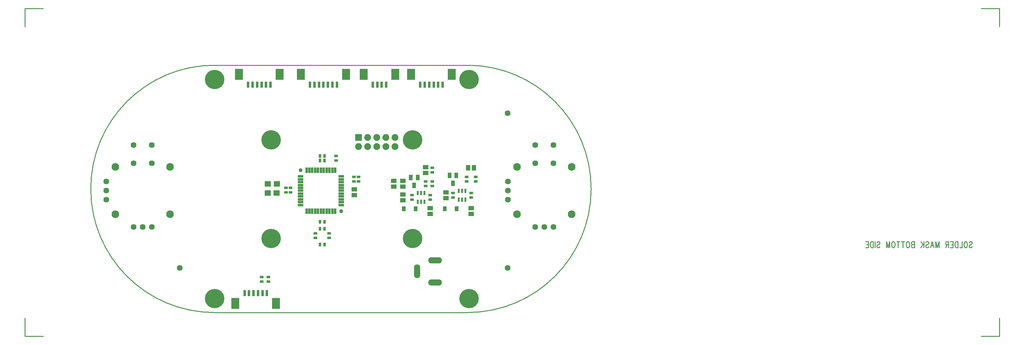
<source format=gbr>
*
*
G04 PADS 9.4.1 Build Number: 494907 generated Gerber (RS-274-X) file*
G04 PC Version=2.1*
*
%IN "JOG.pcb"*%
*
%MOIN*%
*
%FSLAX35Y35*%
*
*
*
*
G04 PC Standard Apertures*
*
*
G04 Thermal Relief Aperture macro.*
%AMTER*
1,1,$1,0,0*
1,0,$1-$2,0,0*
21,0,$3,$4,0,0,45*
21,0,$3,$4,0,0,135*
%
*
*
G04 Annular Aperture macro.*
%AMANN*
1,1,$1,0,0*
1,0,$2,0,0*
%
*
*
G04 Odd Aperture macro.*
%AMODD*
1,1,$1,0,0*
1,0,$1-0.005,0,0*
%
*
*
G04 PC Custom Aperture Macros*
*
*
*
*
*
*
G04 PC Aperture Table*
*
%ADD010C,0.001*%
%ADD012C,0.01*%
%ADD065R,0.03894X0.02794*%
%ADD066R,0.02794X0.03894*%
%ADD068R,0.04724X0.06102*%
%ADD069R,0.04331X0.05906*%
%ADD073C,0.06394*%
%ADD074C,0.08394*%
%ADD075R,0.0315X0.06693*%
%ADD076R,0.08661X0.12205*%
%ADD078O,0.15354X0.06693*%
%ADD079O,0.06693X0.15354*%
%ADD083R,0.0748X0.0748*%
%ADD084C,0.0748*%
%ADD085C,0.2126*%
%ADD091R,0.06102X0.04724*%
%ADD092R,0.03976X0.05197*%
%ADD093R,0.02481X0.04528*%
%ADD094R,0.06693X0.06299*%
%ADD095R,0.06299X0.02559*%
%ADD096R,0.02559X0.06299*%
%ADD097C,0.04331*%
*
*
*
*
G04 PC Circuitry*
G04 Layer Name JOG.pcb - circuitry*
%LPD*%
*
*
G04 PC Custom Flashes*
G04 Layer Name JOG.pcb - flashes*
%LPD*%
*
*
G04 PC Circuitry*
G04 Layer Name JOG.pcb - circuitry*
%LPD*%
*
G54D10*
G54D12*
G01X2501818Y1523125D02*
X2502273Y1523750D01*
X2502955Y1524063*
X2502955D02*
X2503864D01*
X2503864D02*
X2504545Y1523750D01*
X2505000Y1523125*
Y1522500*
X2504773Y1521875*
X2504545Y1521563*
X2504545D02*
X2504091Y1521250D01*
X2502727Y1520625*
X2502273Y1520313*
X2502273D02*
X2502045Y1520000D01*
X2501818Y1519375*
Y1518438*
X2501818D02*
X2502273Y1517813D01*
X2502273D02*
X2502955Y1517500D01*
X2503864*
X2504545Y1517813*
X2504545D02*
X2505000Y1518438D01*
X2498409Y1524063D02*
X2498864Y1523750D01*
X2499318Y1523125*
X2499545Y1522500*
X2499773Y1521563*
X2499773D02*
Y1520000D01*
X2499545Y1519063*
X2499545D02*
X2499318Y1518438D01*
X2499318D02*
X2498864Y1517813D01*
X2498864D02*
X2498409Y1517500D01*
X2497500*
X2497045Y1517813*
X2497045D02*
X2496591Y1518438D01*
X2496591D02*
X2496364Y1519063D01*
X2496364D02*
X2496136Y1520000D01*
Y1521563*
X2496136D02*
X2496364Y1522500D01*
X2496591Y1523125*
X2497045Y1523750*
X2497500Y1524063*
X2497500D02*
X2498409D01*
X2494091D02*
Y1517500D01*
X2491364*
X2489318Y1524063D02*
Y1517500D01*
Y1524063D02*
X2487727D01*
X2487727D02*
X2487045Y1523750D01*
X2486591Y1523125*
X2486364Y1522500*
X2486136Y1521563*
X2486136D02*
Y1520000D01*
X2486364Y1519063*
X2486364D02*
X2486591Y1518438D01*
X2486591D02*
X2487045Y1517813D01*
X2487045D02*
X2487727Y1517500D01*
X2489318*
X2484091Y1524063D02*
Y1517500D01*
Y1524063D02*
X2481136D01*
X2484091Y1520938D02*
X2482273D01*
X2484091Y1517500D02*
X2481136D01*
X2479091Y1524063D02*
Y1517500D01*
Y1524063D02*
X2477045D01*
X2477045D02*
X2476364Y1523750D01*
X2476136Y1523438*
X2476136D02*
X2475909Y1522813D01*
X2475909D02*
Y1522188D01*
X2475909D02*
X2476136Y1521563D01*
X2476136D02*
X2476364Y1521250D01*
X2477045Y1520938*
X2477045D02*
X2479091D01*
X2477500D02*
X2475909Y1517500D01*
X2468636Y1524063D02*
Y1517500D01*
Y1524063D02*
X2466818Y1517500D01*
X2465000Y1524063D02*
X2466818Y1517500D01*
X2465000Y1524063D02*
Y1517500D01*
X2461136Y1524063D02*
X2462955Y1517500D01*
X2461136Y1524063D02*
X2459318Y1517500D01*
X2462273Y1519688D02*
X2460000D01*
X2454091Y1523125D02*
X2454545Y1523750D01*
X2455227Y1524063*
X2455227D02*
X2456136D01*
X2456136D02*
X2456818Y1523750D01*
X2457273Y1523125*
Y1522500*
X2457045Y1521875*
X2456818Y1521563*
X2456818D02*
X2456364Y1521250D01*
X2455000Y1520625*
X2454545Y1520313*
X2454545D02*
X2454318Y1520000D01*
X2454091Y1519375*
Y1518438*
X2454091D02*
X2454545Y1517813D01*
X2454545D02*
X2455227Y1517500D01*
X2456136*
X2456818Y1517813*
X2456818D02*
X2457273Y1518438D01*
X2452045Y1524063D02*
Y1517500D01*
X2448864Y1524063D02*
X2452045Y1519688D01*
X2450909Y1521250D02*
X2448864Y1517500D01*
X2441591Y1524063D02*
Y1517500D01*
Y1524063D02*
X2439545D01*
X2439545D02*
X2438864Y1523750D01*
X2438636Y1523438*
X2438636D02*
X2438409Y1522813D01*
X2438409D02*
Y1522188D01*
X2438409D02*
X2438636Y1521563D01*
X2438636D02*
X2438864Y1521250D01*
X2439545Y1520938*
X2441591D02*
X2439545D01*
X2439545D02*
X2438864Y1520625D01*
X2438636Y1520313*
X2438636D02*
X2438409Y1519688D01*
X2438409D02*
Y1518750D01*
X2438636Y1518125*
X2438864Y1517813*
X2438864D02*
X2439545Y1517500D01*
X2441591*
X2435000Y1524063D02*
X2435455Y1523750D01*
X2435909Y1523125*
X2436136Y1522500*
X2436364Y1521563*
X2436364D02*
Y1520000D01*
X2436136Y1519063*
X2436136D02*
X2435909Y1518438D01*
X2435909D02*
X2435455Y1517813D01*
X2435455D02*
X2435000Y1517500D01*
X2434091*
X2433636Y1517813*
X2433636D02*
X2433182Y1518438D01*
X2433182D02*
X2432955Y1519063D01*
X2432955D02*
X2432727Y1520000D01*
Y1521563*
X2432727D02*
X2432955Y1522500D01*
X2433182Y1523125*
X2433636Y1523750*
X2434091Y1524063*
X2434091D02*
X2435000D01*
X2429091D02*
Y1517500D01*
X2430682Y1524063D02*
X2427500D01*
X2423864D02*
Y1517500D01*
X2425455Y1524063D02*
X2422273D01*
X2418864D02*
X2419318Y1523750D01*
X2419773Y1523125*
X2420000Y1522500*
X2420227Y1521563*
X2420227D02*
Y1520000D01*
X2420000Y1519063*
X2420000D02*
X2419773Y1518438D01*
X2419773D02*
X2419318Y1517813D01*
X2419318D02*
X2418864Y1517500D01*
X2417955*
X2417500Y1517813*
X2417500D02*
X2417045Y1518438D01*
X2417045D02*
X2416818Y1519063D01*
X2416818D02*
X2416591Y1520000D01*
Y1521563*
X2416591D02*
X2416818Y1522500D01*
X2417045Y1523125*
X2417500Y1523750*
X2417955Y1524063*
X2417955D02*
X2418864D01*
X2414545D02*
Y1517500D01*
Y1524063D02*
X2412727Y1517500D01*
X2410909Y1524063D02*
X2412727Y1517500D01*
X2410909Y1524063D02*
Y1517500D01*
X2400455Y1523125D02*
X2400909Y1523750D01*
X2401591Y1524063*
X2401591D02*
X2402500D01*
X2402500D02*
X2403182Y1523750D01*
X2403636Y1523125*
Y1522500*
X2403409Y1521875*
X2403182Y1521563*
X2403182D02*
X2402727Y1521250D01*
X2401364Y1520625*
X2400909Y1520313*
X2400909D02*
X2400682Y1520000D01*
X2400455Y1519375*
Y1518438*
X2400455D02*
X2400909Y1517813D01*
X2400909D02*
X2401591Y1517500D01*
X2402500*
X2403182Y1517813*
X2403182D02*
X2403636Y1518438D01*
X2398409Y1524063D02*
Y1517500D01*
X2396364Y1524063D02*
Y1517500D01*
Y1524063D02*
X2394773D01*
X2394773D02*
X2394091Y1523750D01*
X2393636Y1523125*
X2393409Y1522500*
X2393182Y1521563*
X2393182D02*
Y1520000D01*
X2393409Y1519063*
X2393409D02*
X2393636Y1518438D01*
X2393636D02*
X2394091Y1517813D01*
X2394091D02*
X2394773Y1517500D01*
X2396364*
X2391136Y1524063D02*
Y1517500D01*
Y1524063D02*
X2388182D01*
X2391136Y1520938D02*
X2389318D01*
X2391136Y1517500D02*
X2388182D01*
X1673001Y1446142D02*
X1950955D01*
G75*
G03Y1717795I0J135827D01*
G01X1673001*
X1672971D02*
G03Y1446142I237J-135826D01*
G01X1465000Y1440000D02*
Y1420000D01*
X1485000*
Y1780000D02*
X1465000D01*
Y1760000*
X2535000D02*
Y1780000D01*
X2515000*
Y1420000D02*
X2535000D01*
Y1440000*
G54D65*
X1806654Y1618228D03*
Y1613268D03*
X1910000Y1570020D03*
Y1574980D03*
X1890000D03*
Y1570020D03*
X1756654Y1578268D03*
Y1583228D03*
X1826500Y1594980D03*
Y1590020D03*
X1751654Y1578268D03*
Y1583228D03*
X1831500Y1594980D03*
Y1590020D03*
X1935000Y1577480D03*
Y1572520D03*
X1955000D03*
Y1577480D03*
X1784154Y1528268D03*
Y1533228D03*
X1799154Y1528268D03*
Y1533228D03*
X1732500Y1480020D03*
Y1484980D03*
X1725000D03*
Y1480020D03*
X1905000Y1589980D03*
Y1585020D03*
X1912500D03*
Y1589980D03*
Y1600020D03*
Y1604980D03*
X1960000Y1594980D03*
Y1590020D03*
X1950000Y1594980D03*
Y1590020D03*
G54D66*
X1794134Y1545748D03*
X1789173D03*
X1794134Y1613248D03*
X1789173D03*
X1794134Y1618248D03*
X1789173D03*
Y1520748D03*
X1794134D03*
X1789173Y1538248D03*
X1794134D03*
G54D68*
X1951850Y1605000D03*
X1958150D03*
G54D69*
X1888760Y1594331D03*
X1896240D03*
X1892500Y1585669D03*
X1931260Y1596831D03*
X1938740D03*
X1935000Y1588169D03*
G54D73*
X1554528Y1590000D03*
Y1580000D03*
Y1570000D03*
X1584528Y1540000D03*
X1594528D03*
X1604528D03*
X1584528Y1610000D03*
X1604528D03*
Y1630000D03*
X1584528D03*
X1995472Y1590000D03*
Y1580000D03*
Y1570000D03*
X2025472Y1540000D03*
X2035472D03*
X2045472D03*
X2025472Y1610000D03*
X2045472D03*
Y1630000D03*
X2025472D03*
X1635000Y1495000D03*
X1995000D03*
Y1665000D03*
G54D74*
X1564528Y1606000D03*
X1624528D03*
Y1554000D03*
X1564528D03*
X2005472Y1606000D03*
X2065472D03*
Y1554000D03*
X2005472D03*
G54D75*
X1710177Y1696535D03*
X1715098D03*
X1720020D03*
X1724941D03*
X1729862D03*
X1734783D03*
X1778091D03*
X1783012D03*
X1787933D03*
X1792854D03*
X1797776D03*
X1802697D03*
X1807618D03*
X1846988D03*
X1851909D03*
X1856831D03*
X1861752D03*
X1730846Y1467402D03*
X1725925D03*
X1721004D03*
X1716083D03*
X1711161D03*
X1706240D03*
X1899154Y1696535D03*
X1904075D03*
X1908996D03*
X1913917D03*
X1918839D03*
X1923760D03*
G54D76*
X1700138Y1707953D03*
X1744823D03*
X1768051D03*
X1817657D03*
X1836949D03*
X1871791D03*
X1740886Y1455984D03*
X1696201D03*
X1889114Y1707953D03*
X1933799D03*
G54D78*
X1915394Y1503622D03*
Y1479213D03*
G54D79*
X1895709Y1491417D03*
G54D83*
X1831339Y1638465D03*
G54D84*
Y1628465D03*
X1841339Y1638465D03*
Y1628465D03*
X1851339Y1638465D03*
Y1628465D03*
X1861339Y1638465D03*
Y1628465D03*
X1871339Y1638465D03*
Y1628465D03*
G54D85*
X1735276Y1527638D03*
Y1635906D03*
X1890787D03*
Y1527638D03*
X1673268Y1702047D03*
Y1461496D03*
X1952795Y1702047D03*
Y1461496D03*
G54D91*
X1826654Y1575098D03*
Y1581398D03*
X1905000Y1605650D03*
Y1599350D03*
X1910000Y1554350D03*
Y1560650D03*
X1955000D03*
Y1554350D03*
X1870000Y1584350D03*
Y1590650D03*
X1880000Y1569350D03*
Y1575650D03*
Y1584350D03*
Y1590650D03*
X1927500Y1571850D03*
Y1578150D03*
G54D92*
X1893937Y1560000D03*
X1881063D03*
X1938937D03*
X1926063D03*
G54D93*
X1896260Y1577323D03*
X1900000D03*
X1903740D03*
Y1567677D03*
X1900000D03*
X1896260D03*
X1941260Y1579823D03*
X1945000D03*
X1948740D03*
Y1570177D03*
X1945000D03*
X1941260D03*
G54D94*
X1731654Y1577461D03*
Y1587461D03*
X1741654D03*
X1741496Y1577461D03*
G54D95*
X1812441Y1595748D03*
Y1592598D03*
Y1589449D03*
Y1586299D03*
Y1583150D03*
Y1580000D03*
Y1576850D03*
Y1573701D03*
Y1570551D03*
Y1567402D03*
Y1564252D03*
X1767559D03*
Y1567402D03*
Y1570551D03*
Y1573701D03*
Y1576850D03*
Y1580000D03*
Y1583150D03*
Y1586299D03*
Y1589449D03*
Y1592598D03*
Y1595748D03*
G54D96*
X1805748Y1557559D03*
X1802598D03*
X1799449D03*
X1796299D03*
X1793150D03*
X1790000D03*
X1786850D03*
X1783701D03*
X1780551D03*
X1777402D03*
X1774252D03*
Y1602441D03*
X1777402D03*
X1780551D03*
X1783701D03*
X1786850D03*
X1790000D03*
X1793150D03*
X1796299D03*
X1799449D03*
X1802598D03*
X1805748D03*
G54D97*
X1812441Y1557559D03*
X1767559Y1602441D03*
G74*
X0Y0D02*
M02*

</source>
